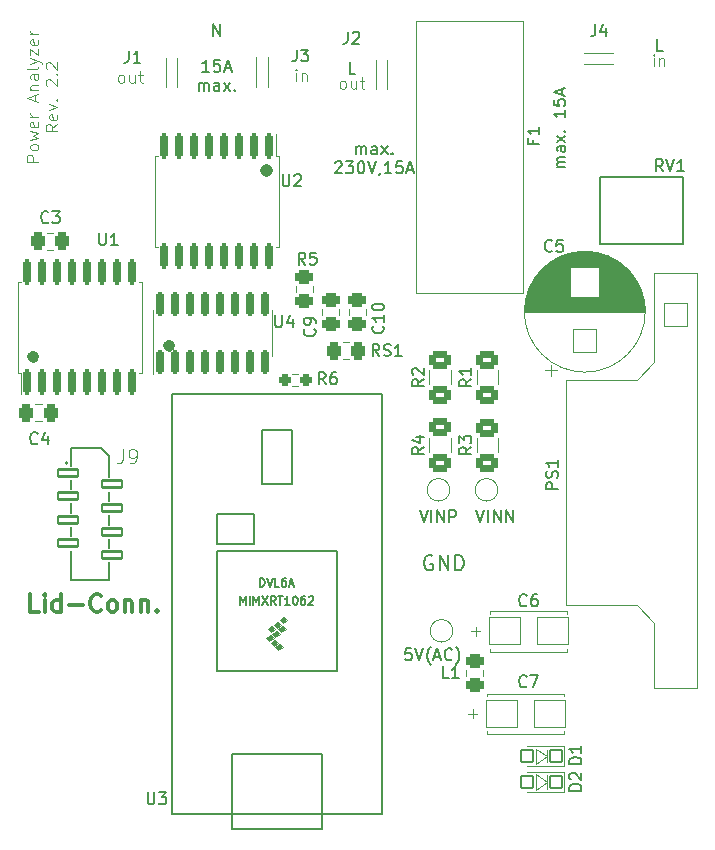
<source format=gto>
G04 #@! TF.GenerationSoftware,KiCad,Pcbnew,(6.0.1-0)*
G04 #@! TF.CreationDate,2022-03-11T16:57:29+01:00*
G04 #@! TF.ProjectId,PowerAnalyzer_ACS71020_V2,506f7765-7241-46e6-916c-797a65725f41,2.2*
G04 #@! TF.SameCoordinates,Original*
G04 #@! TF.FileFunction,Legend,Top*
G04 #@! TF.FilePolarity,Positive*
%FSLAX46Y46*%
G04 Gerber Fmt 4.6, Leading zero omitted, Abs format (unit mm)*
G04 Created by KiCad (PCBNEW (6.0.1-0)) date 2022-03-11 16:57:29*
%MOMM*%
%LPD*%
G01*
G04 APERTURE LIST*
G04 Aperture macros list*
%AMRoundRect*
0 Rectangle with rounded corners*
0 $1 Rounding radius*
0 $2 $3 $4 $5 $6 $7 $8 $9 X,Y pos of 4 corners*
0 Add a 4 corners polygon primitive as box body*
4,1,4,$2,$3,$4,$5,$6,$7,$8,$9,$2,$3,0*
0 Add four circle primitives for the rounded corners*
1,1,$1+$1,$2,$3*
1,1,$1+$1,$4,$5*
1,1,$1+$1,$6,$7*
1,1,$1+$1,$8,$9*
0 Add four rect primitives between the rounded corners*
20,1,$1+$1,$2,$3,$4,$5,0*
20,1,$1+$1,$4,$5,$6,$7,0*
20,1,$1+$1,$6,$7,$8,$9,0*
20,1,$1+$1,$8,$9,$2,$3,0*%
G04 Aperture macros list end*
%ADD10C,0.120000*%
%ADD11C,0.050000*%
%ADD12C,0.150000*%
%ADD13C,0.750000*%
%ADD14C,0.300000*%
%ADD15C,0.015000*%
%ADD16C,0.096520*%
%ADD17C,0.100000*%
%ADD18C,0.200000*%
%ADD19C,2.602000*%
%ADD20RoundRect,0.301001X0.624999X-0.462499X0.624999X0.462499X-0.624999X0.462499X-0.624999X-0.462499X0*%
%ADD21RoundRect,0.051000X1.000000X-1.000000X1.000000X1.000000X-1.000000X1.000000X-1.000000X-1.000000X0*%
%ADD22C,2.102000*%
%ADD23C,1.702000*%
%ADD24RoundRect,0.300999X0.450001X-0.325001X0.450001X0.325001X-0.450001X0.325001X-0.450001X-0.325001X0*%
%ADD25RoundRect,0.051000X-1.000000X1.000000X-1.000000X-1.000000X1.000000X-1.000000X1.000000X1.000000X0*%
%ADD26RoundRect,0.300999X0.325001X0.450001X-0.325001X0.450001X-0.325001X-0.450001X0.325001X-0.450001X0*%
%ADD27RoundRect,0.301000X-0.450000X0.325000X-0.450000X-0.325000X0.450000X-0.325000X0.450000X0.325000X0*%
%ADD28RoundRect,0.051000X0.500000X0.500000X-0.500000X0.500000X-0.500000X-0.500000X0.500000X-0.500000X0*%
%ADD29RoundRect,0.300999X-0.450001X0.325001X-0.450001X-0.325001X0.450001X-0.325001X0.450001X0.325001X0*%
%ADD30RoundRect,0.201000X-0.150000X0.875000X-0.150000X-0.875000X0.150000X-0.875000X0.150000X0.875000X0*%
%ADD31RoundRect,0.300999X-0.325001X-0.450001X0.325001X-0.450001X0.325001X0.450001X-0.325001X0.450001X0*%
%ADD32R,1.000000X2.000000*%
%ADD33RoundRect,0.201000X0.150000X-0.825000X0.150000X0.825000X-0.150000X0.825000X-0.150000X-0.825000X0*%
%ADD34C,2.702000*%
%ADD35RoundRect,0.201000X0.150000X-0.875000X0.150000X0.875000X-0.150000X0.875000X-0.150000X-0.875000X0*%
%ADD36RoundRect,0.051000X1.280198X-1.149997X1.280198X1.149997X-1.280198X1.149997X-1.280198X-1.149997X0*%
%ADD37RoundRect,0.101600X-0.850000X0.300000X-0.850000X-0.300000X0.850000X-0.300000X0.850000X0.300000X0*%
%ADD38RoundRect,0.288500X-0.250000X-0.237500X0.250000X-0.237500X0.250000X0.237500X-0.250000X0.237500X0*%
%ADD39C,1.602000*%
%ADD40C,1.102000*%
G04 APERTURE END LIST*
D10*
X111800000Y-183300000D02*
X110900000Y-182700000D01*
X111800000Y-185500000D02*
X110900000Y-184800000D01*
X110900000Y-184800000D02*
X110900000Y-186200000D01*
X111800000Y-182800000D02*
X111800000Y-183800000D01*
X110900000Y-182700000D02*
X110900000Y-184000000D01*
X110900000Y-184000000D02*
X111800000Y-183300000D01*
X110900000Y-186200000D02*
X111800000Y-185500000D01*
X111800000Y-186000000D02*
X111800000Y-186100000D01*
X111800000Y-184900000D02*
X111800000Y-186000000D01*
D11*
X90547619Y-126152380D02*
X90547619Y-125485714D01*
X90547619Y-125152380D02*
X90500000Y-125200000D01*
X90547619Y-125247619D01*
X90595238Y-125200000D01*
X90547619Y-125152380D01*
X90547619Y-125247619D01*
X91023809Y-125485714D02*
X91023809Y-126152380D01*
X91023809Y-125580952D02*
X91071428Y-125533333D01*
X91166666Y-125485714D01*
X91309523Y-125485714D01*
X91404761Y-125533333D01*
X91452380Y-125628571D01*
X91452380Y-126152380D01*
X75690476Y-126302380D02*
X75595238Y-126254761D01*
X75547619Y-126207142D01*
X75500000Y-126111904D01*
X75500000Y-125826190D01*
X75547619Y-125730952D01*
X75595238Y-125683333D01*
X75690476Y-125635714D01*
X75833333Y-125635714D01*
X75928571Y-125683333D01*
X75976190Y-125730952D01*
X76023809Y-125826190D01*
X76023809Y-126111904D01*
X75976190Y-126207142D01*
X75928571Y-126254761D01*
X75833333Y-126302380D01*
X75690476Y-126302380D01*
X76880952Y-125635714D02*
X76880952Y-126302380D01*
X76452380Y-125635714D02*
X76452380Y-126159523D01*
X76500000Y-126254761D01*
X76595238Y-126302380D01*
X76738095Y-126302380D01*
X76833333Y-126254761D01*
X76880952Y-126207142D01*
X77214285Y-125635714D02*
X77595238Y-125635714D01*
X77357142Y-125302380D02*
X77357142Y-126159523D01*
X77404761Y-126254761D01*
X77500000Y-126302380D01*
X77595238Y-126302380D01*
D12*
X113355380Y-133460714D02*
X112688714Y-133460714D01*
X112783952Y-133460714D02*
X112736333Y-133413095D01*
X112688714Y-133317857D01*
X112688714Y-133175000D01*
X112736333Y-133079761D01*
X112831571Y-133032142D01*
X113355380Y-133032142D01*
X112831571Y-133032142D02*
X112736333Y-132984523D01*
X112688714Y-132889285D01*
X112688714Y-132746428D01*
X112736333Y-132651190D01*
X112831571Y-132603571D01*
X113355380Y-132603571D01*
X113355380Y-131698809D02*
X112831571Y-131698809D01*
X112736333Y-131746428D01*
X112688714Y-131841666D01*
X112688714Y-132032142D01*
X112736333Y-132127380D01*
X113307761Y-131698809D02*
X113355380Y-131794047D01*
X113355380Y-132032142D01*
X113307761Y-132127380D01*
X113212523Y-132175000D01*
X113117285Y-132175000D01*
X113022047Y-132127380D01*
X112974428Y-132032142D01*
X112974428Y-131794047D01*
X112926809Y-131698809D01*
X113355380Y-131317857D02*
X112688714Y-130794047D01*
X112688714Y-131317857D02*
X113355380Y-130794047D01*
X113260142Y-130413095D02*
X113307761Y-130365476D01*
X113355380Y-130413095D01*
X113307761Y-130460714D01*
X113260142Y-130413095D01*
X113355380Y-130413095D01*
X113355380Y-128651190D02*
X113355380Y-129222619D01*
X113355380Y-128936904D02*
X112355380Y-128936904D01*
X112498238Y-129032142D01*
X112593476Y-129127380D01*
X112641095Y-129222619D01*
X112355380Y-127746428D02*
X112355380Y-128222619D01*
X112831571Y-128270238D01*
X112783952Y-128222619D01*
X112736333Y-128127380D01*
X112736333Y-127889285D01*
X112783952Y-127794047D01*
X112831571Y-127746428D01*
X112926809Y-127698809D01*
X113164904Y-127698809D01*
X113260142Y-127746428D01*
X113307761Y-127794047D01*
X113355380Y-127889285D01*
X113355380Y-128127380D01*
X113307761Y-128222619D01*
X113260142Y-128270238D01*
X113069666Y-127317857D02*
X113069666Y-126841666D01*
X113355380Y-127413095D02*
X112355380Y-127079761D01*
X113355380Y-126746428D01*
X95631190Y-132362380D02*
X95631190Y-131695714D01*
X95631190Y-131790952D02*
X95678809Y-131743333D01*
X95774047Y-131695714D01*
X95916904Y-131695714D01*
X96012142Y-131743333D01*
X96059761Y-131838571D01*
X96059761Y-132362380D01*
X96059761Y-131838571D02*
X96107380Y-131743333D01*
X96202619Y-131695714D01*
X96345476Y-131695714D01*
X96440714Y-131743333D01*
X96488333Y-131838571D01*
X96488333Y-132362380D01*
X97393095Y-132362380D02*
X97393095Y-131838571D01*
X97345476Y-131743333D01*
X97250238Y-131695714D01*
X97059761Y-131695714D01*
X96964523Y-131743333D01*
X97393095Y-132314761D02*
X97297857Y-132362380D01*
X97059761Y-132362380D01*
X96964523Y-132314761D01*
X96916904Y-132219523D01*
X96916904Y-132124285D01*
X96964523Y-132029047D01*
X97059761Y-131981428D01*
X97297857Y-131981428D01*
X97393095Y-131933809D01*
X97774047Y-132362380D02*
X98297857Y-131695714D01*
X97774047Y-131695714D02*
X98297857Y-132362380D01*
X98678809Y-132267142D02*
X98726428Y-132314761D01*
X98678809Y-132362380D01*
X98631190Y-132314761D01*
X98678809Y-132267142D01*
X98678809Y-132362380D01*
X93869285Y-133067619D02*
X93916904Y-133020000D01*
X94012142Y-132972380D01*
X94250238Y-132972380D01*
X94345476Y-133020000D01*
X94393095Y-133067619D01*
X94440714Y-133162857D01*
X94440714Y-133258095D01*
X94393095Y-133400952D01*
X93821666Y-133972380D01*
X94440714Y-133972380D01*
X94774047Y-132972380D02*
X95393095Y-132972380D01*
X95059761Y-133353333D01*
X95202619Y-133353333D01*
X95297857Y-133400952D01*
X95345476Y-133448571D01*
X95393095Y-133543809D01*
X95393095Y-133781904D01*
X95345476Y-133877142D01*
X95297857Y-133924761D01*
X95202619Y-133972380D01*
X94916904Y-133972380D01*
X94821666Y-133924761D01*
X94774047Y-133877142D01*
X96012142Y-132972380D02*
X96107380Y-132972380D01*
X96202619Y-133020000D01*
X96250238Y-133067619D01*
X96297857Y-133162857D01*
X96345476Y-133353333D01*
X96345476Y-133591428D01*
X96297857Y-133781904D01*
X96250238Y-133877142D01*
X96202619Y-133924761D01*
X96107380Y-133972380D01*
X96012142Y-133972380D01*
X95916904Y-133924761D01*
X95869285Y-133877142D01*
X95821666Y-133781904D01*
X95774047Y-133591428D01*
X95774047Y-133353333D01*
X95821666Y-133162857D01*
X95869285Y-133067619D01*
X95916904Y-133020000D01*
X96012142Y-132972380D01*
X96631190Y-132972380D02*
X96964523Y-133972380D01*
X97297857Y-132972380D01*
X97678809Y-133924761D02*
X97678809Y-133972380D01*
X97631190Y-134067619D01*
X97583571Y-134115238D01*
X98631190Y-133972380D02*
X98059761Y-133972380D01*
X98345476Y-133972380D02*
X98345476Y-132972380D01*
X98250238Y-133115238D01*
X98155000Y-133210476D01*
X98059761Y-133258095D01*
X99535952Y-132972380D02*
X99059761Y-132972380D01*
X99012142Y-133448571D01*
X99059761Y-133400952D01*
X99155000Y-133353333D01*
X99393095Y-133353333D01*
X99488333Y-133400952D01*
X99535952Y-133448571D01*
X99583571Y-133543809D01*
X99583571Y-133781904D01*
X99535952Y-133877142D01*
X99488333Y-133924761D01*
X99393095Y-133972380D01*
X99155000Y-133972380D01*
X99059761Y-133924761D01*
X99012142Y-133877142D01*
X99964523Y-133686666D02*
X100440714Y-133686666D01*
X99869285Y-133972380D02*
X100202619Y-132972380D01*
X100535952Y-133972380D01*
D11*
X120832619Y-124912380D02*
X120832619Y-124245714D01*
X120832619Y-123912380D02*
X120785000Y-123960000D01*
X120832619Y-124007619D01*
X120880238Y-123960000D01*
X120832619Y-123912380D01*
X120832619Y-124007619D01*
X121308809Y-124245714D02*
X121308809Y-124912380D01*
X121308809Y-124340952D02*
X121356428Y-124293333D01*
X121451666Y-124245714D01*
X121594523Y-124245714D01*
X121689761Y-124293333D01*
X121737380Y-124388571D01*
X121737380Y-124912380D01*
D13*
X79756000Y-148391428D02*
X79898857Y-148534285D01*
X79756000Y-148677142D01*
X79613142Y-148534285D01*
X79756000Y-148391428D01*
X79756000Y-148677142D01*
X68250000Y-149321428D02*
X68392857Y-149464285D01*
X68250000Y-149607142D01*
X68107142Y-149464285D01*
X68250000Y-149321428D01*
X68250000Y-149607142D01*
D14*
X68763142Y-171112571D02*
X68048857Y-171112571D01*
X68048857Y-169612571D01*
X69263142Y-171112571D02*
X69263142Y-170112571D01*
X69263142Y-169612571D02*
X69191714Y-169684000D01*
X69263142Y-169755428D01*
X69334571Y-169684000D01*
X69263142Y-169612571D01*
X69263142Y-169755428D01*
X70620285Y-171112571D02*
X70620285Y-169612571D01*
X70620285Y-171041142D02*
X70477428Y-171112571D01*
X70191714Y-171112571D01*
X70048857Y-171041142D01*
X69977428Y-170969714D01*
X69906000Y-170826857D01*
X69906000Y-170398285D01*
X69977428Y-170255428D01*
X70048857Y-170184000D01*
X70191714Y-170112571D01*
X70477428Y-170112571D01*
X70620285Y-170184000D01*
X71334571Y-170541142D02*
X72477428Y-170541142D01*
X74048857Y-170969714D02*
X73977428Y-171041142D01*
X73763142Y-171112571D01*
X73620285Y-171112571D01*
X73406000Y-171041142D01*
X73263142Y-170898285D01*
X73191714Y-170755428D01*
X73120285Y-170469714D01*
X73120285Y-170255428D01*
X73191714Y-169969714D01*
X73263142Y-169826857D01*
X73406000Y-169684000D01*
X73620285Y-169612571D01*
X73763142Y-169612571D01*
X73977428Y-169684000D01*
X74048857Y-169755428D01*
X74906000Y-171112571D02*
X74763142Y-171041142D01*
X74691714Y-170969714D01*
X74620285Y-170826857D01*
X74620285Y-170398285D01*
X74691714Y-170255428D01*
X74763142Y-170184000D01*
X74906000Y-170112571D01*
X75120285Y-170112571D01*
X75263142Y-170184000D01*
X75334571Y-170255428D01*
X75406000Y-170398285D01*
X75406000Y-170826857D01*
X75334571Y-170969714D01*
X75263142Y-171041142D01*
X75120285Y-171112571D01*
X74906000Y-171112571D01*
X76048857Y-170112571D02*
X76048857Y-171112571D01*
X76048857Y-170255428D02*
X76120285Y-170184000D01*
X76263142Y-170112571D01*
X76477428Y-170112571D01*
X76620285Y-170184000D01*
X76691714Y-170326857D01*
X76691714Y-171112571D01*
X77406000Y-170112571D02*
X77406000Y-171112571D01*
X77406000Y-170255428D02*
X77477428Y-170184000D01*
X77620285Y-170112571D01*
X77834571Y-170112571D01*
X77977428Y-170184000D01*
X78048857Y-170326857D01*
X78048857Y-171112571D01*
X78763142Y-170969714D02*
X78834571Y-171041142D01*
X78763142Y-171112571D01*
X78691714Y-171041142D01*
X78763142Y-170969714D01*
X78763142Y-171112571D01*
D11*
X94440476Y-126817380D02*
X94345238Y-126769761D01*
X94297619Y-126722142D01*
X94250000Y-126626904D01*
X94250000Y-126341190D01*
X94297619Y-126245952D01*
X94345238Y-126198333D01*
X94440476Y-126150714D01*
X94583333Y-126150714D01*
X94678571Y-126198333D01*
X94726190Y-126245952D01*
X94773809Y-126341190D01*
X94773809Y-126626904D01*
X94726190Y-126722142D01*
X94678571Y-126769761D01*
X94583333Y-126817380D01*
X94440476Y-126817380D01*
X95630952Y-126150714D02*
X95630952Y-126817380D01*
X95202380Y-126150714D02*
X95202380Y-126674523D01*
X95250000Y-126769761D01*
X95345238Y-126817380D01*
X95488095Y-126817380D01*
X95583333Y-126769761D01*
X95630952Y-126722142D01*
X95964285Y-126150714D02*
X96345238Y-126150714D01*
X96107142Y-125817380D02*
X96107142Y-126674523D01*
X96154761Y-126769761D01*
X96250000Y-126817380D01*
X96345238Y-126817380D01*
D15*
X68735380Y-132984190D02*
X67735380Y-132984190D01*
X67735380Y-132603238D01*
X67783000Y-132508000D01*
X67830619Y-132460380D01*
X67925857Y-132412761D01*
X68068714Y-132412761D01*
X68163952Y-132460380D01*
X68211571Y-132508000D01*
X68259190Y-132603238D01*
X68259190Y-132984190D01*
X68735380Y-131841333D02*
X68687761Y-131936571D01*
X68640142Y-131984190D01*
X68544904Y-132031809D01*
X68259190Y-132031809D01*
X68163952Y-131984190D01*
X68116333Y-131936571D01*
X68068714Y-131841333D01*
X68068714Y-131698476D01*
X68116333Y-131603238D01*
X68163952Y-131555619D01*
X68259190Y-131508000D01*
X68544904Y-131508000D01*
X68640142Y-131555619D01*
X68687761Y-131603238D01*
X68735380Y-131698476D01*
X68735380Y-131841333D01*
X68068714Y-131174666D02*
X68735380Y-130984190D01*
X68259190Y-130793714D01*
X68735380Y-130603238D01*
X68068714Y-130412761D01*
X68687761Y-129650857D02*
X68735380Y-129746095D01*
X68735380Y-129936571D01*
X68687761Y-130031809D01*
X68592523Y-130079428D01*
X68211571Y-130079428D01*
X68116333Y-130031809D01*
X68068714Y-129936571D01*
X68068714Y-129746095D01*
X68116333Y-129650857D01*
X68211571Y-129603238D01*
X68306809Y-129603238D01*
X68402047Y-130079428D01*
X68735380Y-129174666D02*
X68068714Y-129174666D01*
X68259190Y-129174666D02*
X68163952Y-129127047D01*
X68116333Y-129079428D01*
X68068714Y-128984190D01*
X68068714Y-128888952D01*
X68449666Y-127841333D02*
X68449666Y-127365142D01*
X68735380Y-127936571D02*
X67735380Y-127603238D01*
X68735380Y-127269904D01*
X68068714Y-126936571D02*
X68735380Y-126936571D01*
X68163952Y-126936571D02*
X68116333Y-126888952D01*
X68068714Y-126793714D01*
X68068714Y-126650857D01*
X68116333Y-126555619D01*
X68211571Y-126508000D01*
X68735380Y-126508000D01*
X68735380Y-125603238D02*
X68211571Y-125603238D01*
X68116333Y-125650857D01*
X68068714Y-125746095D01*
X68068714Y-125936571D01*
X68116333Y-126031809D01*
X68687761Y-125603238D02*
X68735380Y-125698476D01*
X68735380Y-125936571D01*
X68687761Y-126031809D01*
X68592523Y-126079428D01*
X68497285Y-126079428D01*
X68402047Y-126031809D01*
X68354428Y-125936571D01*
X68354428Y-125698476D01*
X68306809Y-125603238D01*
X68735380Y-124984190D02*
X68687761Y-125079428D01*
X68592523Y-125127047D01*
X67735380Y-125127047D01*
X68068714Y-124698476D02*
X68735380Y-124460380D01*
X68068714Y-124222285D02*
X68735380Y-124460380D01*
X68973476Y-124555619D01*
X69021095Y-124603238D01*
X69068714Y-124698476D01*
X68068714Y-123936571D02*
X68068714Y-123412761D01*
X68735380Y-123936571D01*
X68735380Y-123412761D01*
X68687761Y-122650857D02*
X68735380Y-122746095D01*
X68735380Y-122936571D01*
X68687761Y-123031809D01*
X68592523Y-123079428D01*
X68211571Y-123079428D01*
X68116333Y-123031809D01*
X68068714Y-122936571D01*
X68068714Y-122746095D01*
X68116333Y-122650857D01*
X68211571Y-122603238D01*
X68306809Y-122603238D01*
X68402047Y-123079428D01*
X68735380Y-122174666D02*
X68068714Y-122174666D01*
X68259190Y-122174666D02*
X68163952Y-122127047D01*
X68116333Y-122079428D01*
X68068714Y-121984190D01*
X68068714Y-121888952D01*
X70345380Y-129817523D02*
X69869190Y-130150857D01*
X70345380Y-130388952D02*
X69345380Y-130388952D01*
X69345380Y-130008000D01*
X69393000Y-129912761D01*
X69440619Y-129865142D01*
X69535857Y-129817523D01*
X69678714Y-129817523D01*
X69773952Y-129865142D01*
X69821571Y-129912761D01*
X69869190Y-130008000D01*
X69869190Y-130388952D01*
X70297761Y-129008000D02*
X70345380Y-129103238D01*
X70345380Y-129293714D01*
X70297761Y-129388952D01*
X70202523Y-129436571D01*
X69821571Y-129436571D01*
X69726333Y-129388952D01*
X69678714Y-129293714D01*
X69678714Y-129103238D01*
X69726333Y-129008000D01*
X69821571Y-128960380D01*
X69916809Y-128960380D01*
X70012047Y-129436571D01*
X69678714Y-128627047D02*
X70345380Y-128388952D01*
X69678714Y-128150857D01*
X70250142Y-127769904D02*
X70297761Y-127722285D01*
X70345380Y-127769904D01*
X70297761Y-127817523D01*
X70250142Y-127769904D01*
X70345380Y-127769904D01*
X69440619Y-126579428D02*
X69393000Y-126531809D01*
X69345380Y-126436571D01*
X69345380Y-126198476D01*
X69393000Y-126103238D01*
X69440619Y-126055619D01*
X69535857Y-126008000D01*
X69631095Y-126008000D01*
X69773952Y-126055619D01*
X70345380Y-126627047D01*
X70345380Y-126008000D01*
X70250142Y-125579428D02*
X70297761Y-125531809D01*
X70345380Y-125579428D01*
X70297761Y-125627047D01*
X70250142Y-125579428D01*
X70345380Y-125579428D01*
X69440619Y-125150857D02*
X69393000Y-125103238D01*
X69345380Y-125008000D01*
X69345380Y-124769904D01*
X69393000Y-124674666D01*
X69440619Y-124627047D01*
X69535857Y-124579428D01*
X69631095Y-124579428D01*
X69773952Y-124627047D01*
X70345380Y-125198476D01*
X70345380Y-124579428D01*
D12*
X121594523Y-123642380D02*
X121118333Y-123642380D01*
X121118333Y-122642380D01*
D13*
X88000000Y-133571428D02*
X88142857Y-133714285D01*
X88000000Y-133857142D01*
X87857142Y-133714285D01*
X88000000Y-133571428D01*
X88000000Y-133857142D01*
D12*
X83200952Y-125377380D02*
X82629523Y-125377380D01*
X82915238Y-125377380D02*
X82915238Y-124377380D01*
X82820000Y-124520238D01*
X82724761Y-124615476D01*
X82629523Y-124663095D01*
X84105714Y-124377380D02*
X83629523Y-124377380D01*
X83581904Y-124853571D01*
X83629523Y-124805952D01*
X83724761Y-124758333D01*
X83962857Y-124758333D01*
X84058095Y-124805952D01*
X84105714Y-124853571D01*
X84153333Y-124948809D01*
X84153333Y-125186904D01*
X84105714Y-125282142D01*
X84058095Y-125329761D01*
X83962857Y-125377380D01*
X83724761Y-125377380D01*
X83629523Y-125329761D01*
X83581904Y-125282142D01*
X84534285Y-125091666D02*
X85010476Y-125091666D01*
X84439047Y-125377380D02*
X84772380Y-124377380D01*
X85105714Y-125377380D01*
X82296190Y-126987380D02*
X82296190Y-126320714D01*
X82296190Y-126415952D02*
X82343809Y-126368333D01*
X82439047Y-126320714D01*
X82581904Y-126320714D01*
X82677142Y-126368333D01*
X82724761Y-126463571D01*
X82724761Y-126987380D01*
X82724761Y-126463571D02*
X82772380Y-126368333D01*
X82867619Y-126320714D01*
X83010476Y-126320714D01*
X83105714Y-126368333D01*
X83153333Y-126463571D01*
X83153333Y-126987380D01*
X84058095Y-126987380D02*
X84058095Y-126463571D01*
X84010476Y-126368333D01*
X83915238Y-126320714D01*
X83724761Y-126320714D01*
X83629523Y-126368333D01*
X84058095Y-126939761D02*
X83962857Y-126987380D01*
X83724761Y-126987380D01*
X83629523Y-126939761D01*
X83581904Y-126844523D01*
X83581904Y-126749285D01*
X83629523Y-126654047D01*
X83724761Y-126606428D01*
X83962857Y-126606428D01*
X84058095Y-126558809D01*
X84439047Y-126987380D02*
X84962857Y-126320714D01*
X84439047Y-126320714D02*
X84962857Y-126987380D01*
X85343809Y-126892142D02*
X85391428Y-126939761D01*
X85343809Y-126987380D01*
X85296190Y-126939761D01*
X85343809Y-126892142D01*
X85343809Y-126987380D01*
X83534285Y-122372380D02*
X83534285Y-121372380D01*
X84105714Y-122372380D01*
X84105714Y-121372380D01*
X95559523Y-125547380D02*
X95083333Y-125547380D01*
X95083333Y-124547380D01*
X90596126Y-123502380D02*
X90596126Y-124216666D01*
X90548507Y-124359523D01*
X90453269Y-124454761D01*
X90310412Y-124502380D01*
X90215174Y-124502380D01*
X90977079Y-123502380D02*
X91596126Y-123502380D01*
X91262793Y-123883333D01*
X91405650Y-123883333D01*
X91500888Y-123930952D01*
X91548507Y-123978571D01*
X91596126Y-124073809D01*
X91596126Y-124311904D01*
X91548507Y-124407142D01*
X91500888Y-124454761D01*
X91405650Y-124502380D01*
X91119936Y-124502380D01*
X91024698Y-124454761D01*
X90977079Y-124407142D01*
X76374666Y-123602380D02*
X76374666Y-124316666D01*
X76327047Y-124459523D01*
X76231809Y-124554761D01*
X76088952Y-124602380D01*
X75993714Y-124602380D01*
X77374666Y-124602380D02*
X76803238Y-124602380D01*
X77088952Y-124602380D02*
X77088952Y-123602380D01*
X76993714Y-123745238D01*
X76898476Y-123840476D01*
X76803238Y-123888095D01*
X105382380Y-157166666D02*
X104906190Y-157500000D01*
X105382380Y-157738095D02*
X104382380Y-157738095D01*
X104382380Y-157357142D01*
X104430000Y-157261904D01*
X104477619Y-157214285D01*
X104572857Y-157166666D01*
X104715714Y-157166666D01*
X104810952Y-157214285D01*
X104858571Y-157261904D01*
X104906190Y-157357142D01*
X104906190Y-157738095D01*
X104382380Y-156833333D02*
X104382380Y-156214285D01*
X104763333Y-156547619D01*
X104763333Y-156404761D01*
X104810952Y-156309523D01*
X104858571Y-156261904D01*
X104953809Y-156214285D01*
X105191904Y-156214285D01*
X105287142Y-156261904D01*
X105334761Y-156309523D01*
X105382380Y-156404761D01*
X105382380Y-156690476D01*
X105334761Y-156785714D01*
X105287142Y-156833333D01*
X112219673Y-140523742D02*
X112172054Y-140571361D01*
X112029197Y-140618980D01*
X111933959Y-140618980D01*
X111791101Y-140571361D01*
X111695863Y-140476123D01*
X111648244Y-140380885D01*
X111600625Y-140190409D01*
X111600625Y-140047552D01*
X111648244Y-139857076D01*
X111695863Y-139761838D01*
X111791101Y-139666600D01*
X111933959Y-139618980D01*
X112029197Y-139618980D01*
X112172054Y-139666600D01*
X112219673Y-139714219D01*
X113124435Y-139618980D02*
X112648244Y-139618980D01*
X112600625Y-140095171D01*
X112648244Y-140047552D01*
X112743482Y-139999933D01*
X112981578Y-139999933D01*
X113076816Y-140047552D01*
X113124435Y-140095171D01*
X113172054Y-140190409D01*
X113172054Y-140428504D01*
X113124435Y-140523742D01*
X113076816Y-140571361D01*
X112981578Y-140618980D01*
X112743482Y-140618980D01*
X112648244Y-140571361D01*
X112600625Y-140523742D01*
X121604761Y-133802380D02*
X121271428Y-133326190D01*
X121033333Y-133802380D02*
X121033333Y-132802380D01*
X121414285Y-132802380D01*
X121509523Y-132850000D01*
X121557142Y-132897619D01*
X121604761Y-132992857D01*
X121604761Y-133135714D01*
X121557142Y-133230952D01*
X121509523Y-133278571D01*
X121414285Y-133326190D01*
X121033333Y-133326190D01*
X121890476Y-132802380D02*
X122223809Y-133802380D01*
X122557142Y-132802380D01*
X123414285Y-133802380D02*
X122842857Y-133802380D01*
X123128571Y-133802380D02*
X123128571Y-132802380D01*
X123033333Y-132945238D01*
X122938095Y-133040476D01*
X122842857Y-133088095D01*
X115871666Y-121372380D02*
X115871666Y-122086666D01*
X115824047Y-122229523D01*
X115728809Y-122324761D01*
X115585952Y-122372380D01*
X115490714Y-122372380D01*
X116776428Y-121705714D02*
X116776428Y-122372380D01*
X116538333Y-121324761D02*
X116300238Y-122039047D01*
X116919285Y-122039047D01*
X92107142Y-147166666D02*
X92154761Y-147214285D01*
X92202380Y-147357142D01*
X92202380Y-147452380D01*
X92154761Y-147595238D01*
X92059523Y-147690476D01*
X91964285Y-147738095D01*
X91773809Y-147785714D01*
X91630952Y-147785714D01*
X91440476Y-147738095D01*
X91345238Y-147690476D01*
X91250000Y-147595238D01*
X91202380Y-147452380D01*
X91202380Y-147357142D01*
X91250000Y-147214285D01*
X91297619Y-147166666D01*
X92202380Y-146690476D02*
X92202380Y-146500000D01*
X92154761Y-146404761D01*
X92107142Y-146357142D01*
X91964285Y-146261904D01*
X91773809Y-146214285D01*
X91392857Y-146214285D01*
X91297619Y-146261904D01*
X91250000Y-146309523D01*
X91202380Y-146404761D01*
X91202380Y-146595238D01*
X91250000Y-146690476D01*
X91297619Y-146738095D01*
X91392857Y-146785714D01*
X91630952Y-146785714D01*
X91726190Y-146738095D01*
X91773809Y-146690476D01*
X91821428Y-146595238D01*
X91821428Y-146404761D01*
X91773809Y-146309523D01*
X91726190Y-146261904D01*
X91630952Y-146214285D01*
X101382380Y-157154166D02*
X100906190Y-157487500D01*
X101382380Y-157725595D02*
X100382380Y-157725595D01*
X100382380Y-157344642D01*
X100430000Y-157249404D01*
X100477619Y-157201785D01*
X100572857Y-157154166D01*
X100715714Y-157154166D01*
X100810952Y-157201785D01*
X100858571Y-157249404D01*
X100906190Y-157344642D01*
X100906190Y-157725595D01*
X100715714Y-156297023D02*
X101382380Y-156297023D01*
X100334761Y-156535119D02*
X101049047Y-156773214D01*
X101049047Y-156154166D01*
X105382380Y-151416666D02*
X104906190Y-151750000D01*
X105382380Y-151988095D02*
X104382380Y-151988095D01*
X104382380Y-151607142D01*
X104430000Y-151511904D01*
X104477619Y-151464285D01*
X104572857Y-151416666D01*
X104715714Y-151416666D01*
X104810952Y-151464285D01*
X104858571Y-151511904D01*
X104906190Y-151607142D01*
X104906190Y-151988095D01*
X105382380Y-150464285D02*
X105382380Y-151035714D01*
X105382380Y-150750000D02*
X104382380Y-150750000D01*
X104525238Y-150845238D01*
X104620476Y-150940476D01*
X104668095Y-151035714D01*
X94916666Y-122007380D02*
X94916666Y-122721666D01*
X94869047Y-122864523D01*
X94773809Y-122959761D01*
X94630952Y-123007380D01*
X94535714Y-123007380D01*
X95345238Y-122102619D02*
X95392857Y-122055000D01*
X95488095Y-122007380D01*
X95726190Y-122007380D01*
X95821428Y-122055000D01*
X95869047Y-122102619D01*
X95916666Y-122197857D01*
X95916666Y-122293095D01*
X95869047Y-122435952D01*
X95297619Y-123007380D01*
X95916666Y-123007380D01*
X112720380Y-160726285D02*
X111720380Y-160726285D01*
X111720380Y-160345333D01*
X111768000Y-160250095D01*
X111815619Y-160202476D01*
X111910857Y-160154857D01*
X112053714Y-160154857D01*
X112148952Y-160202476D01*
X112196571Y-160250095D01*
X112244190Y-160345333D01*
X112244190Y-160726285D01*
X112672761Y-159773904D02*
X112720380Y-159631047D01*
X112720380Y-159392952D01*
X112672761Y-159297714D01*
X112625142Y-159250095D01*
X112529904Y-159202476D01*
X112434666Y-159202476D01*
X112339428Y-159250095D01*
X112291809Y-159297714D01*
X112244190Y-159392952D01*
X112196571Y-159583428D01*
X112148952Y-159678666D01*
X112101333Y-159726285D01*
X112006095Y-159773904D01*
X111910857Y-159773904D01*
X111815619Y-159726285D01*
X111768000Y-159678666D01*
X111720380Y-159583428D01*
X111720380Y-159345333D01*
X111768000Y-159202476D01*
X112720380Y-158250095D02*
X112720380Y-158821523D01*
X112720380Y-158535809D02*
X111720380Y-158535809D01*
X111863238Y-158631047D01*
X111958476Y-158726285D01*
X112006095Y-158821523D01*
X97607142Y-149452380D02*
X97273809Y-148976190D01*
X97035714Y-149452380D02*
X97035714Y-148452380D01*
X97416666Y-148452380D01*
X97511904Y-148500000D01*
X97559523Y-148547619D01*
X97607142Y-148642857D01*
X97607142Y-148785714D01*
X97559523Y-148880952D01*
X97511904Y-148928571D01*
X97416666Y-148976190D01*
X97035714Y-148976190D01*
X97988095Y-149404761D02*
X98130952Y-149452380D01*
X98369047Y-149452380D01*
X98464285Y-149404761D01*
X98511904Y-149357142D01*
X98559523Y-149261904D01*
X98559523Y-149166666D01*
X98511904Y-149071428D01*
X98464285Y-149023809D01*
X98369047Y-148976190D01*
X98178571Y-148928571D01*
X98083333Y-148880952D01*
X98035714Y-148833333D01*
X97988095Y-148738095D01*
X97988095Y-148642857D01*
X98035714Y-148547619D01*
X98083333Y-148500000D01*
X98178571Y-148452380D01*
X98416666Y-148452380D01*
X98559523Y-148500000D01*
X99511904Y-149452380D02*
X98940476Y-149452380D01*
X99226190Y-149452380D02*
X99226190Y-148452380D01*
X99130952Y-148595238D01*
X99035714Y-148690476D01*
X98940476Y-148738095D01*
X91333333Y-141702380D02*
X91000000Y-141226190D01*
X90761904Y-141702380D02*
X90761904Y-140702380D01*
X91142857Y-140702380D01*
X91238095Y-140750000D01*
X91285714Y-140797619D01*
X91333333Y-140892857D01*
X91333333Y-141035714D01*
X91285714Y-141130952D01*
X91238095Y-141178571D01*
X91142857Y-141226190D01*
X90761904Y-141226190D01*
X92238095Y-140702380D02*
X91761904Y-140702380D01*
X91714285Y-141178571D01*
X91761904Y-141130952D01*
X91857142Y-141083333D01*
X92095238Y-141083333D01*
X92190476Y-141130952D01*
X92238095Y-141178571D01*
X92285714Y-141273809D01*
X92285714Y-141511904D01*
X92238095Y-141607142D01*
X92190476Y-141654761D01*
X92095238Y-141702380D01*
X91857142Y-141702380D01*
X91761904Y-141654761D01*
X91714285Y-141607142D01*
X114702380Y-186238095D02*
X113702380Y-186238095D01*
X113702380Y-186000000D01*
X113750000Y-185857142D01*
X113845238Y-185761904D01*
X113940476Y-185714285D01*
X114130952Y-185666666D01*
X114273809Y-185666666D01*
X114464285Y-185714285D01*
X114559523Y-185761904D01*
X114654761Y-185857142D01*
X114702380Y-186000000D01*
X114702380Y-186238095D01*
X113797619Y-185285714D02*
X113750000Y-185238095D01*
X113702380Y-185142857D01*
X113702380Y-184904761D01*
X113750000Y-184809523D01*
X113797619Y-184761904D01*
X113892857Y-184714285D01*
X113988095Y-184714285D01*
X114130952Y-184761904D01*
X114702380Y-185333333D01*
X114702380Y-184714285D01*
X103465333Y-176728380D02*
X102989142Y-176728380D01*
X102989142Y-175728380D01*
X104322476Y-176728380D02*
X103751047Y-176728380D01*
X104036761Y-176728380D02*
X104036761Y-175728380D01*
X103941523Y-175871238D01*
X103846285Y-175966476D01*
X103751047Y-176014095D01*
X114702380Y-183988095D02*
X113702380Y-183988095D01*
X113702380Y-183750000D01*
X113750000Y-183607142D01*
X113845238Y-183511904D01*
X113940476Y-183464285D01*
X114130952Y-183416666D01*
X114273809Y-183416666D01*
X114464285Y-183464285D01*
X114559523Y-183511904D01*
X114654761Y-183607142D01*
X114702380Y-183750000D01*
X114702380Y-183988095D01*
X114702380Y-182464285D02*
X114702380Y-183035714D01*
X114702380Y-182750000D02*
X113702380Y-182750000D01*
X113845238Y-182845238D01*
X113940476Y-182940476D01*
X113988095Y-183035714D01*
X89408095Y-134072380D02*
X89408095Y-134881904D01*
X89455714Y-134977142D01*
X89503333Y-135024761D01*
X89598571Y-135072380D01*
X89789047Y-135072380D01*
X89884285Y-135024761D01*
X89931904Y-134977142D01*
X89979523Y-134881904D01*
X89979523Y-134072380D01*
X90408095Y-134167619D02*
X90455714Y-134120000D01*
X90550952Y-134072380D01*
X90789047Y-134072380D01*
X90884285Y-134120000D01*
X90931904Y-134167619D01*
X90979523Y-134262857D01*
X90979523Y-134358095D01*
X90931904Y-134500952D01*
X90360476Y-135072380D01*
X90979523Y-135072380D01*
X69583333Y-138107142D02*
X69535714Y-138154761D01*
X69392857Y-138202380D01*
X69297619Y-138202380D01*
X69154761Y-138154761D01*
X69059523Y-138059523D01*
X69011904Y-137964285D01*
X68964285Y-137773809D01*
X68964285Y-137630952D01*
X69011904Y-137440476D01*
X69059523Y-137345238D01*
X69154761Y-137250000D01*
X69297619Y-137202380D01*
X69392857Y-137202380D01*
X69535714Y-137250000D01*
X69583333Y-137297619D01*
X69916666Y-137202380D02*
X70535714Y-137202380D01*
X70202380Y-137583333D01*
X70345238Y-137583333D01*
X70440476Y-137630952D01*
X70488095Y-137678571D01*
X70535714Y-137773809D01*
X70535714Y-138011904D01*
X70488095Y-138107142D01*
X70440476Y-138154761D01*
X70345238Y-138202380D01*
X70059523Y-138202380D01*
X69964285Y-138154761D01*
X69916666Y-138107142D01*
X77978095Y-186396380D02*
X77978095Y-187205904D01*
X78025714Y-187301142D01*
X78073333Y-187348761D01*
X78168571Y-187396380D01*
X78359047Y-187396380D01*
X78454285Y-187348761D01*
X78501904Y-187301142D01*
X78549523Y-187205904D01*
X78549523Y-186396380D01*
X78930476Y-186396380D02*
X79549523Y-186396380D01*
X79216190Y-186777333D01*
X79359047Y-186777333D01*
X79454285Y-186824952D01*
X79501904Y-186872571D01*
X79549523Y-186967809D01*
X79549523Y-187205904D01*
X79501904Y-187301142D01*
X79454285Y-187348761D01*
X79359047Y-187396380D01*
X79073333Y-187396380D01*
X78978095Y-187348761D01*
X78930476Y-187301142D01*
X85816666Y-170496666D02*
X85816666Y-169796666D01*
X86050000Y-170296666D01*
X86283333Y-169796666D01*
X86283333Y-170496666D01*
X86616666Y-170496666D02*
X86616666Y-169796666D01*
X86950000Y-170496666D02*
X86950000Y-169796666D01*
X87183333Y-170296666D01*
X87416666Y-169796666D01*
X87416666Y-170496666D01*
X87683333Y-169796666D02*
X88150000Y-170496666D01*
X88150000Y-169796666D02*
X87683333Y-170496666D01*
X88816666Y-170496666D02*
X88583333Y-170163333D01*
X88416666Y-170496666D02*
X88416666Y-169796666D01*
X88683333Y-169796666D01*
X88750000Y-169830000D01*
X88783333Y-169863333D01*
X88816666Y-169930000D01*
X88816666Y-170030000D01*
X88783333Y-170096666D01*
X88750000Y-170130000D01*
X88683333Y-170163333D01*
X88416666Y-170163333D01*
X89016666Y-169796666D02*
X89416666Y-169796666D01*
X89216666Y-170496666D02*
X89216666Y-169796666D01*
X90016666Y-170496666D02*
X89616666Y-170496666D01*
X89816666Y-170496666D02*
X89816666Y-169796666D01*
X89750000Y-169896666D01*
X89683333Y-169963333D01*
X89616666Y-169996666D01*
X90450000Y-169796666D02*
X90516666Y-169796666D01*
X90583333Y-169830000D01*
X90616666Y-169863333D01*
X90650000Y-169930000D01*
X90683333Y-170063333D01*
X90683333Y-170230000D01*
X90650000Y-170363333D01*
X90616666Y-170430000D01*
X90583333Y-170463333D01*
X90516666Y-170496666D01*
X90450000Y-170496666D01*
X90383333Y-170463333D01*
X90350000Y-170430000D01*
X90316666Y-170363333D01*
X90283333Y-170230000D01*
X90283333Y-170063333D01*
X90316666Y-169930000D01*
X90350000Y-169863333D01*
X90383333Y-169830000D01*
X90450000Y-169796666D01*
X91283333Y-169796666D02*
X91150000Y-169796666D01*
X91083333Y-169830000D01*
X91050000Y-169863333D01*
X90983333Y-169963333D01*
X90950000Y-170096666D01*
X90950000Y-170363333D01*
X90983333Y-170430000D01*
X91016666Y-170463333D01*
X91083333Y-170496666D01*
X91216666Y-170496666D01*
X91283333Y-170463333D01*
X91316666Y-170430000D01*
X91350000Y-170363333D01*
X91350000Y-170196666D01*
X91316666Y-170130000D01*
X91283333Y-170096666D01*
X91216666Y-170063333D01*
X91083333Y-170063333D01*
X91016666Y-170096666D01*
X90983333Y-170130000D01*
X90950000Y-170196666D01*
X91616666Y-169863333D02*
X91650000Y-169830000D01*
X91716666Y-169796666D01*
X91883333Y-169796666D01*
X91950000Y-169830000D01*
X91983333Y-169863333D01*
X92016666Y-169930000D01*
X92016666Y-169996666D01*
X91983333Y-170096666D01*
X91583333Y-170496666D01*
X92016666Y-170496666D01*
X87500000Y-168972666D02*
X87500000Y-168272666D01*
X87666666Y-168272666D01*
X87766666Y-168306000D01*
X87833333Y-168372666D01*
X87866666Y-168439333D01*
X87900000Y-168572666D01*
X87900000Y-168672666D01*
X87866666Y-168806000D01*
X87833333Y-168872666D01*
X87766666Y-168939333D01*
X87666666Y-168972666D01*
X87500000Y-168972666D01*
X88100000Y-168272666D02*
X88333333Y-168972666D01*
X88566666Y-168272666D01*
X89133333Y-168972666D02*
X88800000Y-168972666D01*
X88800000Y-168272666D01*
X89666666Y-168272666D02*
X89533333Y-168272666D01*
X89466666Y-168306000D01*
X89433333Y-168339333D01*
X89366666Y-168439333D01*
X89333333Y-168572666D01*
X89333333Y-168839333D01*
X89366666Y-168906000D01*
X89400000Y-168939333D01*
X89466666Y-168972666D01*
X89600000Y-168972666D01*
X89666666Y-168939333D01*
X89700000Y-168906000D01*
X89733333Y-168839333D01*
X89733333Y-168672666D01*
X89700000Y-168606000D01*
X89666666Y-168572666D01*
X89600000Y-168539333D01*
X89466666Y-168539333D01*
X89400000Y-168572666D01*
X89366666Y-168606000D01*
X89333333Y-168672666D01*
X90000000Y-168772666D02*
X90333333Y-168772666D01*
X89933333Y-168972666D02*
X90166666Y-168272666D01*
X90400000Y-168972666D01*
X88788095Y-146010380D02*
X88788095Y-146819904D01*
X88835714Y-146915142D01*
X88883333Y-146962761D01*
X88978571Y-147010380D01*
X89169047Y-147010380D01*
X89264285Y-146962761D01*
X89311904Y-146915142D01*
X89359523Y-146819904D01*
X89359523Y-146010380D01*
X90264285Y-146343714D02*
X90264285Y-147010380D01*
X90026190Y-145962761D02*
X89788095Y-146677047D01*
X90407142Y-146677047D01*
X110639571Y-131143333D02*
X110639571Y-131476666D01*
X111163380Y-131476666D02*
X110163380Y-131476666D01*
X110163380Y-131000476D01*
X111163380Y-130095714D02*
X111163380Y-130667142D01*
X111163380Y-130381428D02*
X110163380Y-130381428D01*
X110306238Y-130476666D01*
X110401476Y-130571904D01*
X110449095Y-130667142D01*
X73888095Y-139052380D02*
X73888095Y-139861904D01*
X73935714Y-139957142D01*
X73983333Y-140004761D01*
X74078571Y-140052380D01*
X74269047Y-140052380D01*
X74364285Y-140004761D01*
X74411904Y-139957142D01*
X74459523Y-139861904D01*
X74459523Y-139052380D01*
X75459523Y-140052380D02*
X74888095Y-140052380D01*
X75173809Y-140052380D02*
X75173809Y-139052380D01*
X75078571Y-139195238D01*
X74983333Y-139290476D01*
X74888095Y-139338095D01*
X68667333Y-156821142D02*
X68619714Y-156868761D01*
X68476857Y-156916380D01*
X68381619Y-156916380D01*
X68238761Y-156868761D01*
X68143523Y-156773523D01*
X68095904Y-156678285D01*
X68048285Y-156487809D01*
X68048285Y-156344952D01*
X68095904Y-156154476D01*
X68143523Y-156059238D01*
X68238761Y-155964000D01*
X68381619Y-155916380D01*
X68476857Y-155916380D01*
X68619714Y-155964000D01*
X68667333Y-156011619D01*
X69524476Y-156249714D02*
X69524476Y-156916380D01*
X69286380Y-155868761D02*
X69048285Y-156583047D01*
X69667333Y-156583047D01*
X110069333Y-170537142D02*
X110021714Y-170584761D01*
X109878857Y-170632380D01*
X109783619Y-170632380D01*
X109640761Y-170584761D01*
X109545523Y-170489523D01*
X109497904Y-170394285D01*
X109450285Y-170203809D01*
X109450285Y-170060952D01*
X109497904Y-169870476D01*
X109545523Y-169775238D01*
X109640761Y-169680000D01*
X109783619Y-169632380D01*
X109878857Y-169632380D01*
X110021714Y-169680000D01*
X110069333Y-169727619D01*
X110926476Y-169632380D02*
X110736000Y-169632380D01*
X110640761Y-169680000D01*
X110593142Y-169727619D01*
X110497904Y-169870476D01*
X110450285Y-170060952D01*
X110450285Y-170441904D01*
X110497904Y-170537142D01*
X110545523Y-170584761D01*
X110640761Y-170632380D01*
X110831238Y-170632380D01*
X110926476Y-170584761D01*
X110974095Y-170537142D01*
X111021714Y-170441904D01*
X111021714Y-170203809D01*
X110974095Y-170108571D01*
X110926476Y-170060952D01*
X110831238Y-170013333D01*
X110640761Y-170013333D01*
X110545523Y-170060952D01*
X110497904Y-170108571D01*
X110450285Y-170203809D01*
X101382380Y-151416666D02*
X100906190Y-151750000D01*
X101382380Y-151988095D02*
X100382380Y-151988095D01*
X100382380Y-151607142D01*
X100430000Y-151511904D01*
X100477619Y-151464285D01*
X100572857Y-151416666D01*
X100715714Y-151416666D01*
X100810952Y-151464285D01*
X100858571Y-151511904D01*
X100906190Y-151607142D01*
X100906190Y-151988095D01*
X100477619Y-151035714D02*
X100430000Y-150988095D01*
X100382380Y-150892857D01*
X100382380Y-150654761D01*
X100430000Y-150559523D01*
X100477619Y-150511904D01*
X100572857Y-150464285D01*
X100668095Y-150464285D01*
X100810952Y-150511904D01*
X101382380Y-151083333D01*
X101382380Y-150464285D01*
X97907142Y-146917857D02*
X97954761Y-146965476D01*
X98002380Y-147108333D01*
X98002380Y-147203571D01*
X97954761Y-147346428D01*
X97859523Y-147441666D01*
X97764285Y-147489285D01*
X97573809Y-147536904D01*
X97430952Y-147536904D01*
X97240476Y-147489285D01*
X97145238Y-147441666D01*
X97050000Y-147346428D01*
X97002380Y-147203571D01*
X97002380Y-147108333D01*
X97050000Y-146965476D01*
X97097619Y-146917857D01*
X98002380Y-145965476D02*
X98002380Y-146536904D01*
X98002380Y-146251190D02*
X97002380Y-146251190D01*
X97145238Y-146346428D01*
X97240476Y-146441666D01*
X97288095Y-146536904D01*
X97002380Y-145346428D02*
X97002380Y-145251190D01*
X97050000Y-145155952D01*
X97097619Y-145108333D01*
X97192857Y-145060714D01*
X97383333Y-145013095D01*
X97621428Y-145013095D01*
X97811904Y-145060714D01*
X97907142Y-145108333D01*
X97954761Y-145155952D01*
X98002380Y-145251190D01*
X98002380Y-145346428D01*
X97954761Y-145441666D01*
X97907142Y-145489285D01*
X97811904Y-145536904D01*
X97621428Y-145584523D01*
X97383333Y-145584523D01*
X97192857Y-145536904D01*
X97097619Y-145489285D01*
X97050000Y-145441666D01*
X97002380Y-145346428D01*
X110069333Y-177395142D02*
X110021714Y-177442761D01*
X109878857Y-177490380D01*
X109783619Y-177490380D01*
X109640761Y-177442761D01*
X109545523Y-177347523D01*
X109497904Y-177252285D01*
X109450285Y-177061809D01*
X109450285Y-176918952D01*
X109497904Y-176728476D01*
X109545523Y-176633238D01*
X109640761Y-176538000D01*
X109783619Y-176490380D01*
X109878857Y-176490380D01*
X110021714Y-176538000D01*
X110069333Y-176585619D01*
X110402666Y-176490380D02*
X111069333Y-176490380D01*
X110640761Y-177490380D01*
D16*
X75864714Y-157326047D02*
X75864714Y-158187833D01*
X75807261Y-158360190D01*
X75692357Y-158475095D01*
X75519999Y-158532547D01*
X75405095Y-158532547D01*
X76496690Y-158532547D02*
X76726499Y-158532547D01*
X76841404Y-158475095D01*
X76898857Y-158417642D01*
X77013761Y-158245285D01*
X77071214Y-158015476D01*
X77071214Y-157555857D01*
X77013761Y-157440952D01*
X76956309Y-157383500D01*
X76841404Y-157326047D01*
X76611595Y-157326047D01*
X76496690Y-157383500D01*
X76439238Y-157440952D01*
X76381785Y-157555857D01*
X76381785Y-157843119D01*
X76439238Y-157958023D01*
X76496690Y-158015476D01*
X76611595Y-158072928D01*
X76841404Y-158072928D01*
X76956309Y-158015476D01*
X77013761Y-157958023D01*
X77071214Y-157843119D01*
D12*
X93051333Y-151836380D02*
X92718000Y-151360190D01*
X92479904Y-151836380D02*
X92479904Y-150836380D01*
X92860857Y-150836380D01*
X92956095Y-150884000D01*
X93003714Y-150931619D01*
X93051333Y-151026857D01*
X93051333Y-151169714D01*
X93003714Y-151264952D01*
X92956095Y-151312571D01*
X92860857Y-151360190D01*
X92479904Y-151360190D01*
X93908476Y-150836380D02*
X93718000Y-150836380D01*
X93622761Y-150884000D01*
X93575142Y-150931619D01*
X93479904Y-151074476D01*
X93432285Y-151264952D01*
X93432285Y-151645904D01*
X93479904Y-151741142D01*
X93527523Y-151788761D01*
X93622761Y-151836380D01*
X93813238Y-151836380D01*
X93908476Y-151788761D01*
X93956095Y-151741142D01*
X94003714Y-151645904D01*
X94003714Y-151407809D01*
X93956095Y-151312571D01*
X93908476Y-151264952D01*
X93813238Y-151217333D01*
X93622761Y-151217333D01*
X93527523Y-151264952D01*
X93479904Y-151312571D01*
X93432285Y-151407809D01*
X105822952Y-162520380D02*
X106156285Y-163520380D01*
X106489619Y-162520380D01*
X106822952Y-163520380D02*
X106822952Y-162520380D01*
X107299142Y-163520380D02*
X107299142Y-162520380D01*
X107870571Y-163520380D01*
X107870571Y-162520380D01*
X108346761Y-163520380D02*
X108346761Y-162520380D01*
X108918190Y-163520380D01*
X108918190Y-162520380D01*
X100322285Y-174204380D02*
X99846095Y-174204380D01*
X99798476Y-174680571D01*
X99846095Y-174632952D01*
X99941333Y-174585333D01*
X100179428Y-174585333D01*
X100274666Y-174632952D01*
X100322285Y-174680571D01*
X100369904Y-174775809D01*
X100369904Y-175013904D01*
X100322285Y-175109142D01*
X100274666Y-175156761D01*
X100179428Y-175204380D01*
X99941333Y-175204380D01*
X99846095Y-175156761D01*
X99798476Y-175109142D01*
X100655619Y-174204380D02*
X100988952Y-175204380D01*
X101322285Y-174204380D01*
X101941333Y-175585333D02*
X101893714Y-175537714D01*
X101798476Y-175394857D01*
X101750857Y-175299619D01*
X101703238Y-175156761D01*
X101655619Y-174918666D01*
X101655619Y-174728190D01*
X101703238Y-174490095D01*
X101750857Y-174347238D01*
X101798476Y-174252000D01*
X101893714Y-174109142D01*
X101941333Y-174061523D01*
X102274666Y-174918666D02*
X102750857Y-174918666D01*
X102179428Y-175204380D02*
X102512761Y-174204380D01*
X102846095Y-175204380D01*
X103750857Y-175109142D02*
X103703238Y-175156761D01*
X103560380Y-175204380D01*
X103465142Y-175204380D01*
X103322285Y-175156761D01*
X103227047Y-175061523D01*
X103179428Y-174966285D01*
X103131809Y-174775809D01*
X103131809Y-174632952D01*
X103179428Y-174442476D01*
X103227047Y-174347238D01*
X103322285Y-174252000D01*
X103465142Y-174204380D01*
X103560380Y-174204380D01*
X103703238Y-174252000D01*
X103750857Y-174299619D01*
X104084190Y-175585333D02*
X104131809Y-175537714D01*
X104227047Y-175394857D01*
X104274666Y-175299619D01*
X104322285Y-175156761D01*
X104369904Y-174918666D01*
X104369904Y-174728190D01*
X104322285Y-174490095D01*
X104274666Y-174347238D01*
X104227047Y-174252000D01*
X104131809Y-174109142D01*
X104084190Y-174061523D01*
X102102380Y-166375000D02*
X101981428Y-166314523D01*
X101800000Y-166314523D01*
X101618571Y-166375000D01*
X101497619Y-166495952D01*
X101437142Y-166616904D01*
X101376666Y-166858809D01*
X101376666Y-167040238D01*
X101437142Y-167282142D01*
X101497619Y-167403095D01*
X101618571Y-167524047D01*
X101800000Y-167584523D01*
X101920952Y-167584523D01*
X102102380Y-167524047D01*
X102162857Y-167463571D01*
X102162857Y-167040238D01*
X101920952Y-167040238D01*
X102707142Y-167584523D02*
X102707142Y-166314523D01*
X103432857Y-167584523D01*
X103432857Y-166314523D01*
X104037619Y-167584523D02*
X104037619Y-166314523D01*
X104340000Y-166314523D01*
X104521428Y-166375000D01*
X104642380Y-166495952D01*
X104702857Y-166616904D01*
X104763333Y-166858809D01*
X104763333Y-167040238D01*
X104702857Y-167282142D01*
X104642380Y-167403095D01*
X104521428Y-167524047D01*
X104340000Y-167584523D01*
X104037619Y-167584523D01*
X101020761Y-162520380D02*
X101354095Y-163520380D01*
X101687428Y-162520380D01*
X102020761Y-163520380D02*
X102020761Y-162520380D01*
X102496952Y-163520380D02*
X102496952Y-162520380D01*
X103068380Y-163520380D01*
X103068380Y-162520380D01*
X103544571Y-163520380D02*
X103544571Y-162520380D01*
X103925523Y-162520380D01*
X104020761Y-162568000D01*
X104068380Y-162615619D01*
X104116000Y-162710857D01*
X104116000Y-162853714D01*
X104068380Y-162948952D01*
X104020761Y-162996571D01*
X103925523Y-163044190D01*
X103544571Y-163044190D01*
D10*
X88168100Y-122311800D02*
X88168100Y-128611800D01*
X88168100Y-128611800D02*
X87168100Y-128611800D01*
X88168100Y-122311800D02*
X87268100Y-122311800D01*
X87168100Y-128611800D02*
X87168100Y-122311800D01*
X87168100Y-122311800D02*
X87268100Y-122311800D01*
X80510000Y-128624500D02*
X80410000Y-128624500D01*
X79510000Y-128624500D02*
X80410000Y-128624500D01*
X80510000Y-122324500D02*
X80510000Y-128624500D01*
X79510000Y-128624500D02*
X79510000Y-122324500D01*
X79510000Y-122324500D02*
X80510000Y-122324500D01*
X105840000Y-157602064D02*
X105840000Y-156397936D01*
X107660000Y-157602064D02*
X107660000Y-156397936D01*
X109921000Y-145573000D02*
X120079000Y-145573000D01*
X111653000Y-141852000D02*
X118347000Y-141852000D01*
X113258000Y-140892000D02*
X116742000Y-140892000D01*
X111699000Y-141812000D02*
X118301000Y-141812000D01*
X116241000Y-144292000D02*
X119885000Y-144292000D01*
X109925000Y-145453000D02*
X120075000Y-145453000D01*
X111844000Y-141692000D02*
X118156000Y-141692000D01*
X116241000Y-142732000D02*
X119138000Y-142732000D01*
X116241000Y-143932000D02*
X119768000Y-143932000D01*
X110455000Y-143412000D02*
X113759000Y-143412000D01*
X110862000Y-142732000D02*
X113759000Y-142732000D01*
X116241000Y-142172000D02*
X118679000Y-142172000D01*
X112055000Y-141532000D02*
X117945000Y-141532000D01*
X113622000Y-140772000D02*
X116378000Y-140772000D01*
X111075000Y-142452000D02*
X113759000Y-142452000D01*
X116241000Y-142972000D02*
X119298000Y-142972000D01*
X110053000Y-144532000D02*
X119947000Y-144532000D01*
X116241000Y-142692000D02*
X119110000Y-142692000D01*
X109923000Y-145493000D02*
X120077000Y-145493000D01*
X110326000Y-143692000D02*
X113759000Y-143692000D01*
X113770000Y-140732000D02*
X116230000Y-140732000D01*
X116241000Y-142892000D02*
X119247000Y-142892000D01*
X110010000Y-144732000D02*
X119990000Y-144732000D01*
X111608000Y-141892000D02*
X118392000Y-141892000D01*
X116241000Y-144212000D02*
X119862000Y-144212000D01*
X110950000Y-142612000D02*
X113759000Y-142612000D01*
X109930000Y-145373000D02*
X120070000Y-145373000D01*
X112230000Y-141412000D02*
X117770000Y-141412000D01*
X116241000Y-143012000D02*
X119323000Y-143012000D01*
X110262000Y-143852000D02*
X113759000Y-143852000D01*
X116241000Y-144172000D02*
X119850000Y-144172000D01*
X110026000Y-144652000D02*
X119974000Y-144652000D01*
X116241000Y-143572000D02*
X119621000Y-143572000D01*
X116241000Y-144052000D02*
X119811000Y-144052000D01*
X116241000Y-143212000D02*
X119440000Y-143212000D01*
X110246000Y-143892000D02*
X113759000Y-143892000D01*
X113056000Y-140972000D02*
X116944000Y-140972000D01*
X113490000Y-140812000D02*
X116510000Y-140812000D01*
X109965000Y-145013000D02*
X120035000Y-145013000D01*
X110653000Y-143052000D02*
X113759000Y-143052000D01*
X110397000Y-143532000D02*
X113759000Y-143532000D01*
X116241000Y-142292000D02*
X118789000Y-142292000D01*
X116241000Y-144132000D02*
X119837000Y-144132000D01*
X111894000Y-141652000D02*
X118106000Y-141652000D01*
X110475000Y-143372000D02*
X113759000Y-143372000D01*
X110176000Y-144092000D02*
X113759000Y-144092000D01*
X110834000Y-142772000D02*
X113759000Y-142772000D01*
X109932000Y-145333000D02*
X120068000Y-145333000D01*
X116241000Y-142652000D02*
X119080000Y-142652000D01*
X116241000Y-142092000D02*
X118601000Y-142092000D01*
X116241000Y-142132000D02*
X118640000Y-142132000D01*
X116241000Y-141972000D02*
X118478000Y-141972000D01*
X116241000Y-143812000D02*
X119723000Y-143812000D01*
X110560000Y-143212000D02*
X113759000Y-143212000D01*
X111439000Y-142052000D02*
X113759000Y-142052000D01*
X111108000Y-142412000D02*
X113759000Y-142412000D01*
X110062000Y-144492000D02*
X119938000Y-144492000D01*
X110583000Y-143172000D02*
X113759000Y-143172000D01*
X113938000Y-140692000D02*
X116062000Y-140692000D01*
X110727000Y-142932000D02*
X113759000Y-142932000D01*
X109946000Y-145173000D02*
X120054000Y-145173000D01*
X110217000Y-143972000D02*
X113759000Y-143972000D01*
X110093000Y-144372000D02*
X113759000Y-144372000D01*
X110203000Y-144012000D02*
X113759000Y-144012000D01*
X116241000Y-143732000D02*
X119690000Y-143732000D01*
X109920000Y-145613000D02*
X120080000Y-145613000D01*
X116241000Y-143132000D02*
X119395000Y-143132000D01*
X116241000Y-144412000D02*
X119918000Y-144412000D01*
X111522000Y-141972000D02*
X113759000Y-141972000D01*
X112791000Y-141092000D02*
X117209000Y-141092000D01*
X109942000Y-145213000D02*
X120058000Y-145213000D01*
X109955000Y-145093000D02*
X120045000Y-145093000D01*
X112635000Y-141172000D02*
X117365000Y-141172000D01*
X111043000Y-142492000D02*
X113759000Y-142492000D01*
X111625000Y-150672646D02*
X112625000Y-150672646D01*
X110293000Y-143772000D02*
X113759000Y-143772000D01*
X113154000Y-140932000D02*
X116846000Y-140932000D01*
X116241000Y-143332000D02*
X119504000Y-143332000D01*
X112111000Y-141492000D02*
X117889000Y-141492000D01*
X110126000Y-144252000D02*
X113759000Y-144252000D01*
X110277000Y-143812000D02*
X113759000Y-143812000D01*
X109920000Y-145653000D02*
X120080000Y-145653000D01*
X112000000Y-141572000D02*
X118000000Y-141572000D01*
X116241000Y-142852000D02*
X119221000Y-142852000D01*
X110003000Y-144772000D02*
X119997000Y-144772000D01*
X110103000Y-144332000D02*
X113759000Y-144332000D01*
X110753000Y-142892000D02*
X113759000Y-142892000D01*
X110115000Y-144292000D02*
X113759000Y-144292000D01*
X110035000Y-144612000D02*
X119965000Y-144612000D01*
X110138000Y-144212000D02*
X113759000Y-144212000D01*
X116241000Y-143252000D02*
X119462000Y-143252000D01*
X110677000Y-143012000D02*
X113759000Y-143012000D01*
X110343000Y-143652000D02*
X113759000Y-143652000D01*
X109920000Y-145693000D02*
X120080000Y-145693000D01*
X110072000Y-144452000D02*
X119928000Y-144452000D01*
X110538000Y-143252000D02*
X113759000Y-143252000D01*
X114138000Y-140652000D02*
X115862000Y-140652000D01*
X111946000Y-141612000D02*
X118054000Y-141612000D01*
X116241000Y-142372000D02*
X118858000Y-142372000D01*
X114401000Y-140612000D02*
X115599000Y-140612000D01*
X111211000Y-142292000D02*
X113759000Y-142292000D01*
X116241000Y-142052000D02*
X118561000Y-142052000D01*
X116241000Y-143172000D02*
X119417000Y-143172000D01*
X109960000Y-145053000D02*
X120040000Y-145053000D01*
X116241000Y-143292000D02*
X119483000Y-143292000D01*
X109927000Y-145413000D02*
X120073000Y-145413000D01*
X109989000Y-144852000D02*
X120011000Y-144852000D01*
X110163000Y-144132000D02*
X113759000Y-144132000D01*
X116241000Y-142532000D02*
X118989000Y-142532000D01*
X116241000Y-143052000D02*
X119347000Y-143052000D01*
X116241000Y-142252000D02*
X118753000Y-142252000D01*
X110779000Y-142852000D02*
X113759000Y-142852000D01*
X111321000Y-142172000D02*
X113759000Y-142172000D01*
X116241000Y-142932000D02*
X119273000Y-142932000D01*
X110310000Y-143732000D02*
X113759000Y-143732000D01*
X116241000Y-142412000D02*
X118892000Y-142412000D01*
X109950000Y-145133000D02*
X120050000Y-145133000D01*
X112291000Y-141372000D02*
X117709000Y-141372000D01*
X116241000Y-143092000D02*
X119371000Y-143092000D01*
X111247000Y-142252000D02*
X113759000Y-142252000D01*
X110044000Y-144572000D02*
X119956000Y-144572000D01*
X116241000Y-143412000D02*
X119545000Y-143412000D01*
X111480000Y-142012000D02*
X113759000Y-142012000D01*
X109996000Y-144812000D02*
X120004000Y-144812000D01*
X116241000Y-142612000D02*
X119050000Y-142612000D01*
X109922000Y-145533000D02*
X120078000Y-145533000D01*
X112421000Y-141292000D02*
X117579000Y-141292000D01*
X116241000Y-142212000D02*
X118716000Y-142212000D01*
X110890000Y-142692000D02*
X113759000Y-142692000D01*
X111399000Y-142092000D02*
X113759000Y-142092000D01*
X109982000Y-144892000D02*
X120018000Y-144892000D01*
X110496000Y-143332000D02*
X113759000Y-143332000D01*
X111564000Y-141932000D02*
X118436000Y-141932000D01*
X112490000Y-141252000D02*
X117510000Y-141252000D01*
X110018000Y-144692000D02*
X119982000Y-144692000D01*
X111746000Y-141772000D02*
X118254000Y-141772000D01*
X110082000Y-144412000D02*
X113759000Y-144412000D01*
X116241000Y-143972000D02*
X119783000Y-143972000D01*
X116241000Y-143452000D02*
X119564000Y-143452000D01*
X112963000Y-141012000D02*
X117037000Y-141012000D01*
X109938000Y-145253000D02*
X120062000Y-145253000D01*
X110189000Y-144052000D02*
X113759000Y-144052000D01*
X110980000Y-142572000D02*
X113759000Y-142572000D01*
X116241000Y-143772000D02*
X119707000Y-143772000D01*
X110920000Y-142652000D02*
X113759000Y-142652000D01*
X110605000Y-143132000D02*
X113759000Y-143132000D01*
X111794000Y-141732000D02*
X118206000Y-141732000D01*
X111284000Y-142212000D02*
X113759000Y-142212000D01*
X110232000Y-143932000D02*
X113759000Y-143932000D01*
X116241000Y-143892000D02*
X119754000Y-143892000D01*
X116241000Y-143612000D02*
X119639000Y-143612000D01*
X111360000Y-142132000D02*
X113759000Y-142132000D01*
X116241000Y-143372000D02*
X119525000Y-143372000D01*
X111011000Y-142532000D02*
X113759000Y-142532000D01*
X109970000Y-144972000D02*
X120030000Y-144972000D01*
X116241000Y-142492000D02*
X118957000Y-142492000D01*
X109976000Y-144932000D02*
X120024000Y-144932000D01*
X110416000Y-143492000D02*
X113759000Y-143492000D01*
X116241000Y-142772000D02*
X119166000Y-142772000D01*
X110361000Y-143612000D02*
X113759000Y-143612000D01*
X112125000Y-151172646D02*
X112125000Y-150172646D01*
X109935000Y-145293000D02*
X120065000Y-145293000D01*
X112561000Y-141212000D02*
X117439000Y-141212000D01*
X110629000Y-143092000D02*
X113759000Y-143092000D01*
X110517000Y-143292000D02*
X113759000Y-143292000D01*
X116241000Y-142812000D02*
X119194000Y-142812000D01*
X110806000Y-142812000D02*
X113759000Y-142812000D01*
X116241000Y-144012000D02*
X119797000Y-144012000D01*
X112711000Y-141132000D02*
X117289000Y-141132000D01*
X116241000Y-143692000D02*
X119674000Y-143692000D01*
X116241000Y-142012000D02*
X118520000Y-142012000D01*
X112355000Y-141332000D02*
X117645000Y-141332000D01*
X116241000Y-142452000D02*
X118925000Y-142452000D01*
X110436000Y-143452000D02*
X113759000Y-143452000D01*
X116241000Y-143532000D02*
X119603000Y-143532000D01*
X116241000Y-143852000D02*
X119738000Y-143852000D01*
X116241000Y-144372000D02*
X119907000Y-144372000D01*
X116241000Y-144252000D02*
X119874000Y-144252000D01*
X116241000Y-142332000D02*
X118824000Y-142332000D01*
X116241000Y-144332000D02*
X119897000Y-144332000D01*
X116241000Y-144092000D02*
X119824000Y-144092000D01*
X116241000Y-143492000D02*
X119584000Y-143492000D01*
X110150000Y-144172000D02*
X113759000Y-144172000D01*
X110702000Y-142972000D02*
X113759000Y-142972000D01*
X110379000Y-143572000D02*
X113759000Y-143572000D01*
X112875000Y-141052000D02*
X117125000Y-141052000D01*
X111142000Y-142372000D02*
X113759000Y-142372000D01*
X116241000Y-143652000D02*
X119657000Y-143652000D01*
X116241000Y-142572000D02*
X119020000Y-142572000D01*
X113370000Y-140852000D02*
X116630000Y-140852000D01*
X112170000Y-141452000D02*
X117830000Y-141452000D01*
X111176000Y-142332000D02*
X113759000Y-142332000D01*
X120120000Y-145693000D02*
G75*
G03*
X120120000Y-145693000I-5120000J0D01*
G01*
D12*
X116300000Y-139950000D02*
X123300000Y-139950000D01*
X116300000Y-134250000D02*
X123300000Y-134250000D01*
X123300000Y-134250000D02*
X123300000Y-139950000D01*
X116300000Y-134250000D02*
X116300000Y-139950000D01*
D10*
X119355000Y-124765000D02*
X119355000Y-123865000D01*
X119355000Y-124765000D02*
X113055000Y-124765000D01*
X113055000Y-123765000D02*
X119355000Y-123765000D01*
X113055000Y-124765000D02*
X113055000Y-123765000D01*
X119355000Y-123765000D02*
X119355000Y-123865000D01*
X92790000Y-146011252D02*
X92790000Y-145488748D01*
X94210000Y-146011252D02*
X94210000Y-145488748D01*
X103660000Y-157589564D02*
X103660000Y-156385436D01*
X101840000Y-157589564D02*
X101840000Y-156385436D01*
X105840000Y-151852064D02*
X105840000Y-150647936D01*
X107660000Y-151852064D02*
X107660000Y-150647936D01*
X97290000Y-122515000D02*
X97390000Y-122515000D01*
X97290000Y-128815000D02*
X97290000Y-122515000D01*
X98290000Y-122515000D02*
X98290000Y-128815000D01*
X98290000Y-122515000D02*
X97390000Y-122515000D01*
X98290000Y-128815000D02*
X97290000Y-128815000D01*
X124510000Y-177530000D02*
X120890000Y-177530000D01*
X113390000Y-170560000D02*
X113390000Y-151440000D01*
X120890000Y-149940000D02*
X120890000Y-142410000D01*
X120890000Y-177530000D02*
X120890000Y-172060000D01*
X124510000Y-142410000D02*
X124510000Y-177530000D01*
X113390000Y-151440000D02*
X119390000Y-151440000D01*
X119390000Y-170560000D02*
X113390000Y-170560000D01*
X119390000Y-151440000D02*
X120890000Y-149940000D01*
X120890000Y-142410000D02*
X124510000Y-142410000D01*
X120890000Y-172060000D02*
X119390000Y-170560000D01*
X95011252Y-148290000D02*
X94488748Y-148290000D01*
X95011252Y-149710000D02*
X94488748Y-149710000D01*
X90540000Y-143513748D02*
X90540000Y-144036252D01*
X91960000Y-143513748D02*
X91960000Y-144036252D01*
X113250000Y-186350000D02*
X113250000Y-184650000D01*
X113250000Y-186350000D02*
X110100000Y-186350000D01*
X113250000Y-184650000D02*
X110100000Y-184650000D01*
X104954000Y-176014748D02*
X104954000Y-176537252D01*
X106374000Y-176014748D02*
X106374000Y-176537252D01*
X113250000Y-184200000D02*
X110100000Y-184200000D01*
X113250000Y-184200000D02*
X113250000Y-182500000D01*
X113250000Y-182500000D02*
X110100000Y-182500000D01*
X89118000Y-132483000D02*
X88863000Y-132483000D01*
X88863000Y-132483000D02*
X88863000Y-130668000D01*
X78598000Y-140203000D02*
X78853000Y-140203000D01*
X78598000Y-136343000D02*
X78598000Y-140203000D01*
X89118000Y-136343000D02*
X89118000Y-132483000D01*
X78598000Y-136343000D02*
X78598000Y-132483000D01*
X89118000Y-140203000D02*
X88863000Y-140203000D01*
X78598000Y-132483000D02*
X78853000Y-132483000D01*
X89118000Y-136343000D02*
X89118000Y-140203000D01*
X69488748Y-140460000D02*
X70011252Y-140460000D01*
X69488748Y-139040000D02*
X70011252Y-139040000D01*
D12*
X92710000Y-183134000D02*
X92710000Y-188214000D01*
X83820000Y-162814000D02*
X86995000Y-162814000D01*
X97790000Y-188214000D02*
X80010000Y-188214000D01*
X90170000Y-160274000D02*
X87630000Y-160274000D01*
X93980000Y-165989000D02*
X83820000Y-165989000D01*
X85090000Y-189484000D02*
X85090000Y-188214000D01*
X87630000Y-160274000D02*
X87630000Y-155702000D01*
X83820000Y-176149000D02*
X93980000Y-176149000D01*
X86995000Y-165354000D02*
X83820000Y-165354000D01*
X80010000Y-152654000D02*
X97790000Y-152654000D01*
X92710000Y-189484000D02*
X85090000Y-189484000D01*
X93980000Y-165989000D02*
X93980000Y-176149000D01*
X90170000Y-155702000D02*
X90170000Y-160274000D01*
X83820000Y-165989000D02*
X83820000Y-176149000D01*
X83820000Y-165354000D02*
X83820000Y-162814000D01*
X80010000Y-188214000D02*
X80010000Y-152654000D01*
X92710000Y-183134000D02*
X85090000Y-183134000D01*
X86995000Y-162814000D02*
X86995000Y-165354000D01*
X97790000Y-152654000D02*
X97790000Y-188214000D01*
X92710000Y-188214000D02*
X92710000Y-189484000D01*
X85090000Y-183134000D02*
X85090000Y-188214000D01*
X87630000Y-155702000D02*
X90170000Y-155702000D01*
D17*
X88773000Y-173228000D02*
X88519000Y-172974000D01*
X88519000Y-172974000D02*
X88900000Y-172720000D01*
X88900000Y-172720000D02*
X89154000Y-172974000D01*
X89154000Y-172974000D02*
X88773000Y-173228000D01*
G36*
X89154000Y-172974000D02*
G01*
X88773000Y-173228000D01*
X88519000Y-172974000D01*
X88900000Y-172720000D01*
X89154000Y-172974000D01*
G37*
X89154000Y-172974000D02*
X88773000Y-173228000D01*
X88519000Y-172974000D01*
X88900000Y-172720000D01*
X89154000Y-172974000D01*
X88265000Y-173609000D02*
X88011000Y-173355000D01*
X88011000Y-173355000D02*
X88392000Y-173101000D01*
X88392000Y-173101000D02*
X88646000Y-173355000D01*
X88646000Y-173355000D02*
X88265000Y-173609000D01*
G36*
X88646000Y-173355000D02*
G01*
X88265000Y-173609000D01*
X88011000Y-173355000D01*
X88392000Y-173101000D01*
X88646000Y-173355000D01*
G37*
X88646000Y-173355000D02*
X88265000Y-173609000D01*
X88011000Y-173355000D01*
X88392000Y-173101000D01*
X88646000Y-173355000D01*
X88646000Y-173990000D02*
X88392000Y-173736000D01*
X88392000Y-173736000D02*
X88773000Y-173482000D01*
X88773000Y-173482000D02*
X89027000Y-173736000D01*
X89027000Y-173736000D02*
X88646000Y-173990000D01*
G36*
X89027000Y-173736000D02*
G01*
X88646000Y-173990000D01*
X88392000Y-173736000D01*
X88773000Y-173482000D01*
X89027000Y-173736000D01*
G37*
X89027000Y-173736000D02*
X88646000Y-173990000D01*
X88392000Y-173736000D01*
X88773000Y-173482000D01*
X89027000Y-173736000D01*
X88392000Y-172847000D02*
X88138000Y-172593000D01*
X88138000Y-172593000D02*
X88519000Y-172339000D01*
X88519000Y-172339000D02*
X88773000Y-172593000D01*
X88773000Y-172593000D02*
X88392000Y-172847000D01*
G36*
X88773000Y-172593000D02*
G01*
X88392000Y-172847000D01*
X88138000Y-172593000D01*
X88519000Y-172339000D01*
X88773000Y-172593000D01*
G37*
X88773000Y-172593000D02*
X88392000Y-172847000D01*
X88138000Y-172593000D01*
X88519000Y-172339000D01*
X88773000Y-172593000D01*
X89027000Y-174371000D02*
X88773000Y-174117000D01*
X88773000Y-174117000D02*
X89154000Y-173863000D01*
X89154000Y-173863000D02*
X89408000Y-174117000D01*
X89408000Y-174117000D02*
X89027000Y-174371000D01*
G36*
X89408000Y-174117000D02*
G01*
X89027000Y-174371000D01*
X88773000Y-174117000D01*
X89154000Y-173863000D01*
X89408000Y-174117000D01*
G37*
X89408000Y-174117000D02*
X89027000Y-174371000D01*
X88773000Y-174117000D01*
X89154000Y-173863000D01*
X89408000Y-174117000D01*
X89408000Y-172085000D02*
X89154000Y-171831000D01*
X89154000Y-171831000D02*
X89535000Y-171577000D01*
X89535000Y-171577000D02*
X89789000Y-171831000D01*
X89789000Y-171831000D02*
X89408000Y-172085000D01*
G36*
X89789000Y-171831000D02*
G01*
X89408000Y-172085000D01*
X89154000Y-171831000D01*
X89535000Y-171577000D01*
X89789000Y-171831000D01*
G37*
X89789000Y-171831000D02*
X89408000Y-172085000D01*
X89154000Y-171831000D01*
X89535000Y-171577000D01*
X89789000Y-171831000D01*
X89281000Y-172847000D02*
X89027000Y-172593000D01*
X89027000Y-172593000D02*
X89408000Y-172339000D01*
X89408000Y-172339000D02*
X89662000Y-172593000D01*
X89662000Y-172593000D02*
X89281000Y-172847000D01*
G36*
X89662000Y-172593000D02*
G01*
X89281000Y-172847000D01*
X89027000Y-172593000D01*
X89408000Y-172339000D01*
X89662000Y-172593000D01*
G37*
X89662000Y-172593000D02*
X89281000Y-172847000D01*
X89027000Y-172593000D01*
X89408000Y-172339000D01*
X89662000Y-172593000D01*
X88900000Y-172466000D02*
X88646000Y-172212000D01*
X88646000Y-172212000D02*
X89027000Y-171958000D01*
X89027000Y-171958000D02*
X89281000Y-172212000D01*
X89281000Y-172212000D02*
X88900000Y-172466000D01*
G36*
X89281000Y-172212000D02*
G01*
X88900000Y-172466000D01*
X88646000Y-172212000D01*
X89027000Y-171958000D01*
X89281000Y-172212000D01*
G37*
X89281000Y-172212000D02*
X88900000Y-172466000D01*
X88646000Y-172212000D01*
X89027000Y-171958000D01*
X89281000Y-172212000D01*
D10*
X88560000Y-147500000D02*
X88560000Y-149450000D01*
X88560000Y-147500000D02*
X88560000Y-145550000D01*
X78440000Y-147500000D02*
X78440000Y-145550000D01*
X78440000Y-147500000D02*
X78440000Y-150950000D01*
X109750000Y-121088000D02*
X100750000Y-121088000D01*
X100750000Y-121088000D02*
X100750000Y-144088000D01*
X100750000Y-144088000D02*
X109750000Y-144088000D01*
X109750000Y-144088000D02*
X109750000Y-121088000D01*
X77510000Y-147000000D02*
X77510000Y-150860000D01*
X77510000Y-147000000D02*
X77510000Y-143140000D01*
X66990000Y-150860000D02*
X67245000Y-150860000D01*
X66990000Y-143140000D02*
X67245000Y-143140000D01*
X67245000Y-150860000D02*
X67245000Y-152675000D01*
X77510000Y-143140000D02*
X77255000Y-143140000D01*
X66990000Y-147000000D02*
X66990000Y-150860000D01*
X66990000Y-147000000D02*
X66990000Y-143140000D01*
X77510000Y-150860000D02*
X77255000Y-150860000D01*
X68488748Y-153540000D02*
X69011252Y-153540000D01*
X68488748Y-154960000D02*
X69011252Y-154960000D01*
X106973006Y-174232738D02*
X106973006Y-174476997D01*
X106973006Y-171023003D02*
X106973006Y-171267262D01*
X106161007Y-172750000D02*
X105399007Y-172750000D01*
X106973006Y-174476997D02*
X113526994Y-174476997D01*
X105780007Y-172369000D02*
X105780007Y-173131000D01*
X113526994Y-171267262D02*
X113526994Y-171023003D01*
X113526994Y-174476997D02*
X113526994Y-174232738D01*
X113526994Y-171023003D02*
X106973006Y-171023003D01*
X101840000Y-151852064D02*
X101840000Y-150647936D01*
X103660000Y-151852064D02*
X103660000Y-150647936D01*
X96460000Y-146011252D02*
X96460000Y-145488748D01*
X95040000Y-146011252D02*
X95040000Y-145488748D01*
X106723006Y-181476997D02*
X113276994Y-181476997D01*
X113276994Y-181476997D02*
X113276994Y-181232738D01*
X106723006Y-178023003D02*
X106723006Y-178267262D01*
X105530007Y-179369000D02*
X105530007Y-180131000D01*
X113276994Y-178023003D02*
X106723006Y-178023003D01*
X105911007Y-179750000D02*
X105149007Y-179750000D01*
X113276994Y-178267262D02*
X113276994Y-178023003D01*
X106723006Y-181232738D02*
X106723006Y-181476997D01*
D18*
X74720000Y-166920000D02*
X74720000Y-168420000D01*
X71520000Y-161920000D02*
X71520000Y-162720000D01*
X74720000Y-164920000D02*
X74720000Y-165720000D01*
X74720000Y-162920000D02*
X74720000Y-163720000D01*
X74720000Y-160920000D02*
X74720000Y-161720000D01*
X74720000Y-159720000D02*
X74720000Y-157920000D01*
X74020000Y-157220000D02*
X71520000Y-157220000D01*
X71520000Y-159920000D02*
X71520000Y-160720000D01*
X71520000Y-168420000D02*
X71520000Y-165920000D01*
X71520000Y-157220000D02*
X71520000Y-158720000D01*
X74720000Y-168420000D02*
X71520000Y-168420000D01*
X74020000Y-157220000D02*
X74720000Y-157920000D01*
X71520000Y-163920000D02*
X71520000Y-164720000D01*
X71220000Y-158520000D02*
G75*
G03*
X71220000Y-158520000I-100000J0D01*
G01*
D10*
X90245276Y-152022500D02*
X90754724Y-152022500D01*
X90245276Y-150977500D02*
X90754724Y-150977500D01*
X107630000Y-160782000D02*
G75*
G03*
X107630000Y-160782000I-950000J0D01*
G01*
X103820000Y-172720000D02*
G75*
G03*
X103820000Y-172720000I-950000J0D01*
G01*
X103566000Y-160782000D02*
G75*
G03*
X103566000Y-160782000I-950000J0D01*
G01*
%LPC*%
D19*
X117300000Y-175000000D03*
X74300000Y-132000000D03*
X117300000Y-132000000D03*
X87668100Y-122986800D03*
X87668100Y-127936800D03*
X80010000Y-127949500D03*
X80010000Y-122999500D03*
D20*
X106750000Y-158487500D03*
X106750000Y-155512500D03*
D21*
X115000000Y-148193000D03*
D22*
X115000000Y-143193000D03*
D23*
X117300000Y-135600000D03*
X122300000Y-138600000D03*
D19*
X113730000Y-124265000D03*
X118680000Y-124265000D03*
D24*
X93500000Y-146775000D03*
X93500000Y-144725000D03*
D20*
X102750000Y-158475000D03*
X102750000Y-155500000D03*
X106750000Y-152737500D03*
X106750000Y-149762500D03*
D19*
X74300000Y-175000000D03*
X97790000Y-123190000D03*
X97790000Y-128140000D03*
D25*
X122700000Y-146000000D03*
D22*
X122700000Y-151080000D03*
X122700000Y-156160000D03*
X122700000Y-161240000D03*
X122700000Y-168860000D03*
X122700000Y-173940000D03*
D26*
X95775000Y-149000000D03*
X93725000Y-149000000D03*
D27*
X91250000Y-142750000D03*
X91250000Y-144800000D03*
D28*
X112600000Y-185500000D03*
X110100000Y-185500000D03*
D29*
X105664000Y-175251000D03*
X105664000Y-177301000D03*
D28*
X112600000Y-183350000D03*
X110100000Y-183350000D03*
D30*
X88303000Y-131693000D03*
X87033000Y-131693000D03*
X85763000Y-131693000D03*
X84493000Y-131693000D03*
X83223000Y-131693000D03*
X81953000Y-131693000D03*
X80683000Y-131693000D03*
X79413000Y-131693000D03*
X79413000Y-140993000D03*
X80683000Y-140993000D03*
X81953000Y-140993000D03*
X83223000Y-140993000D03*
X84493000Y-140993000D03*
X85763000Y-140993000D03*
X87033000Y-140993000D03*
X88303000Y-140993000D03*
D31*
X68725000Y-139750000D03*
X70775000Y-139750000D03*
D32*
X93980000Y-159004000D03*
X91440000Y-159004000D03*
X86360000Y-161544000D03*
X92990000Y-178734000D03*
X91440000Y-161544000D03*
X88900000Y-161544000D03*
X87910000Y-178734000D03*
X87560000Y-181744000D03*
X83820000Y-161544000D03*
X89180000Y-178734000D03*
X93980000Y-161544000D03*
X84100000Y-178734000D03*
X88900000Y-159004000D03*
X90450000Y-178734000D03*
X85370000Y-178734000D03*
X90100000Y-181744000D03*
X91720000Y-178734000D03*
X83820000Y-159004000D03*
X86640000Y-178734000D03*
X86360000Y-159004000D03*
D23*
X96520000Y-186944000D03*
X96520000Y-184404000D03*
X96520000Y-181864000D03*
X96520000Y-179324000D03*
X96520000Y-176784000D03*
X96520000Y-174244000D03*
X96520000Y-171704000D03*
X96520000Y-169164000D03*
X96520000Y-166624000D03*
X96520000Y-164084000D03*
X96520000Y-161544000D03*
X96520000Y-159004000D03*
X96520000Y-156464000D03*
X96520000Y-153924000D03*
X93980000Y-153924000D03*
X91440000Y-153924000D03*
X88900000Y-153924000D03*
X86360000Y-153924000D03*
X83820000Y-153924000D03*
X81280000Y-153924000D03*
X81280000Y-156464000D03*
X81280000Y-159004000D03*
X81280000Y-161544000D03*
X81280000Y-164084000D03*
X81280000Y-166624000D03*
X81280000Y-169164000D03*
X81280000Y-171704000D03*
X81280000Y-174244000D03*
X81280000Y-176784000D03*
X81280000Y-179324000D03*
X81280000Y-181864000D03*
X81280000Y-184404000D03*
X81280000Y-186944000D03*
X83820000Y-184404000D03*
D33*
X79055000Y-149975000D03*
X80325000Y-149975000D03*
X81595000Y-149975000D03*
X82865000Y-149975000D03*
X84135000Y-149975000D03*
X85405000Y-149975000D03*
X86675000Y-149975000D03*
X87945000Y-149975000D03*
X87945000Y-145025000D03*
X86675000Y-145025000D03*
X85405000Y-145025000D03*
X84135000Y-145025000D03*
X82865000Y-145025000D03*
X81595000Y-145025000D03*
X80325000Y-145025000D03*
X79055000Y-145025000D03*
D34*
X105250000Y-132588000D03*
D22*
X105250000Y-125088000D03*
X105250000Y-140088000D03*
D35*
X67805000Y-151650000D03*
X69075000Y-151650000D03*
X70345000Y-151650000D03*
X71615000Y-151650000D03*
X72885000Y-151650000D03*
X74155000Y-151650000D03*
X75425000Y-151650000D03*
X76695000Y-151650000D03*
X76695000Y-142350000D03*
X75425000Y-142350000D03*
X74155000Y-142350000D03*
X72885000Y-142350000D03*
X71615000Y-142350000D03*
X70345000Y-142350000D03*
X69075000Y-142350000D03*
X67805000Y-142350000D03*
D31*
X67725000Y-154250000D03*
X69775000Y-154250000D03*
D36*
X108227804Y-172750000D03*
X112272196Y-172750000D03*
D20*
X102750000Y-152737500D03*
X102750000Y-149762500D03*
D24*
X95750000Y-146775000D03*
X95750000Y-144725000D03*
D36*
X107977804Y-179750000D03*
X112022196Y-179750000D03*
D37*
X71270000Y-159320000D03*
X74970000Y-160320000D03*
X71270000Y-161320000D03*
X74970000Y-162320000D03*
X71270000Y-163320000D03*
X74970000Y-164320000D03*
X71270000Y-165320000D03*
X74970000Y-166320000D03*
D38*
X89587500Y-151500000D03*
X91412500Y-151500000D03*
D39*
X106680000Y-160782000D03*
X102870000Y-172720000D03*
D40*
X102870000Y-168910000D03*
D39*
X102616000Y-160782000D03*
M02*

</source>
